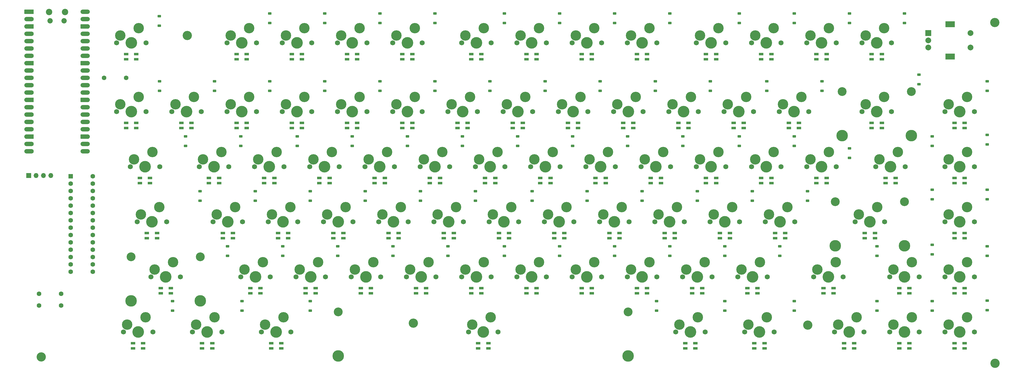
<source format=gbr>
%TF.GenerationSoftware,KiCad,Pcbnew,9.0.7*%
%TF.CreationDate,2026-01-25T14:01:01+00:00*%
%TF.ProjectId,pcb,7063622e-6b69-4636-9164-5f7063625858,rev?*%
%TF.SameCoordinates,Original*%
%TF.FileFunction,Soldermask,Top*%
%TF.FilePolarity,Negative*%
%FSLAX46Y46*%
G04 Gerber Fmt 4.6, Leading zero omitted, Abs format (unit mm)*
G04 Created by KiCad (PCBNEW 9.0.7) date 2026-01-25 14:01:01*
%MOMM*%
%LPD*%
G01*
G04 APERTURE LIST*
G04 Aperture macros list*
%AMRoundRect*
0 Rectangle with rounded corners*
0 $1 Rounding radius*
0 $2 $3 $4 $5 $6 $7 $8 $9 X,Y pos of 4 corners*
0 Add a 4 corners polygon primitive as box body*
4,1,4,$2,$3,$4,$5,$6,$7,$8,$9,$2,$3,0*
0 Add four circle primitives for the rounded corners*
1,1,$1+$1,$2,$3*
1,1,$1+$1,$4,$5*
1,1,$1+$1,$6,$7*
1,1,$1+$1,$8,$9*
0 Add four rect primitives between the rounded corners*
20,1,$1+$1,$2,$3,$4,$5,0*
20,1,$1+$1,$4,$5,$6,$7,0*
20,1,$1+$1,$6,$7,$8,$9,0*
20,1,$1+$1,$8,$9,$2,$3,0*%
%AMFreePoly0*
4,1,37,0.800000,0.796148,0.878414,0.796148,1.032228,0.765552,1.177117,0.705537,1.307515,0.618408,1.418408,0.507515,1.505537,0.377117,1.565552,0.232228,1.596148,0.078414,1.596148,-0.078414,1.565552,-0.232228,1.505537,-0.377117,1.418408,-0.507515,1.307515,-0.618408,1.177117,-0.705537,1.032228,-0.765552,0.878414,-0.796148,0.800000,-0.796148,0.800000,-0.800000,-1.400000,-0.800000,
-1.403843,-0.796157,-1.439018,-0.796157,-1.511114,-0.766294,-1.566294,-0.711114,-1.596157,-0.639018,-1.596157,-0.603843,-1.600000,-0.600000,-1.600000,0.600000,-1.596157,0.603843,-1.596157,0.639018,-1.566294,0.711114,-1.511114,0.766294,-1.439018,0.796157,-1.403843,0.796157,-1.400000,0.800000,0.800000,0.800000,0.800000,0.796148,0.800000,0.796148,$1*%
%AMFreePoly1*
4,1,37,1.403843,0.796157,1.439018,0.796157,1.511114,0.766294,1.566294,0.711114,1.596157,0.639018,1.596157,0.603843,1.600000,0.600000,1.600000,-0.600000,1.596157,-0.603843,1.596157,-0.639018,1.566294,-0.711114,1.511114,-0.766294,1.439018,-0.796157,1.403843,-0.796157,1.400000,-0.800000,-0.800000,-0.800000,-0.800000,-0.796148,-0.878414,-0.796148,-1.032228,-0.765552,-1.177117,-0.705537,
-1.307515,-0.618408,-1.418408,-0.507515,-1.505537,-0.377117,-1.565552,-0.232228,-1.596148,-0.078414,-1.596148,0.078414,-1.565552,0.232228,-1.505537,0.377117,-1.418408,0.507515,-1.307515,0.618408,-1.177117,0.705537,-1.032228,0.765552,-0.878414,0.796148,-0.800000,0.796148,-0.800000,0.800000,1.400000,0.800000,1.403843,0.796157,1.403843,0.796157,$1*%
%AMFreePoly2*
4,1,37,0.603843,0.796157,0.639018,0.796157,0.711114,0.766294,0.766294,0.711114,0.796157,0.639018,0.796157,0.603843,0.800000,0.600000,0.800000,-0.600000,0.796157,-0.603843,0.796157,-0.639018,0.766294,-0.711114,0.711114,-0.766294,0.639018,-0.796157,0.603843,-0.796157,0.600000,-0.800000,0.000000,-0.800000,0.000000,-0.796148,-0.078414,-0.796148,-0.232228,-0.765552,-0.377117,-0.705537,
-0.507515,-0.618408,-0.618408,-0.507515,-0.705537,-0.377117,-0.765552,-0.232228,-0.796148,-0.078414,-0.796148,0.078414,-0.765552,0.232228,-0.705537,0.377117,-0.618408,0.507515,-0.507515,0.618408,-0.377117,0.705537,-0.232228,0.765552,-0.078414,0.796148,0.000000,0.796148,0.000000,0.800000,0.600000,0.800000,0.603843,0.796157,0.603843,0.796157,$1*%
%AMFreePoly3*
4,1,37,0.000000,0.796148,0.078414,0.796148,0.232228,0.765552,0.377117,0.705537,0.507515,0.618408,0.618408,0.507515,0.705537,0.377117,0.765552,0.232228,0.796148,0.078414,0.796148,-0.078414,0.765552,-0.232228,0.705537,-0.377117,0.618408,-0.507515,0.507515,-0.618408,0.377117,-0.705537,0.232228,-0.765552,0.078414,-0.796148,0.000000,-0.796148,0.000000,-0.800000,-0.600000,-0.800000,
-0.603843,-0.796157,-0.639018,-0.796157,-0.711114,-0.766294,-0.766294,-0.711114,-0.796157,-0.639018,-0.796157,-0.603843,-0.800000,-0.600000,-0.800000,0.600000,-0.796157,0.603843,-0.796157,0.639018,-0.766294,0.711114,-0.711114,0.766294,-0.639018,0.796157,-0.603843,0.796157,-0.600000,0.800000,0.000000,0.800000,0.000000,0.796148,0.000000,0.796148,$1*%
G04 Aperture macros list end*
%ADD10R,1.600000X0.850000*%
%ADD11C,1.750000*%
%ADD12C,4.000000*%
%ADD13C,3.600000*%
%ADD14RoundRect,0.225000X-0.375000X0.225000X-0.375000X-0.225000X0.375000X-0.225000X0.375000X0.225000X0*%
%ADD15C,2.200000*%
%ADD16C,1.850000*%
%ADD17FreePoly0,0.000000*%
%ADD18RoundRect,0.200000X-0.600000X-0.600000X0.600000X-0.600000X0.600000X0.600000X-0.600000X0.600000X0*%
%ADD19RoundRect,0.800000X-0.800000X-0.000010X0.800000X-0.000010X0.800000X0.000010X-0.800000X0.000010X0*%
%ADD20C,1.600000*%
%ADD21FreePoly1,0.000000*%
%ADD22FreePoly2,0.000000*%
%ADD23FreePoly3,0.000000*%
%ADD24C,3.048000*%
%ADD25C,3.987800*%
%ADD26C,3.200000*%
%ADD27R,2.000000X2.000000*%
%ADD28C,2.000000*%
%ADD29R,3.200000X2.000000*%
%ADD30RoundRect,0.250000X-0.550000X-0.550000X0.550000X-0.550000X0.550000X0.550000X-0.550000X0.550000X0*%
%ADD31R,1.700000X1.700000*%
%ADD32O,1.700000X1.700000*%
G04 APERTURE END LIST*
D10*
%TO.C,e23*%
X231612500Y-56275000D03*
X231612500Y-58025000D03*
X235112500Y-58025000D03*
X235112500Y-56275000D03*
%TD*%
D11*
%TO.C,SW49*%
X275907500Y-71437500D03*
D12*
X280987500Y-71437500D03*
D11*
X286067500Y-71437500D03*
D13*
X277177500Y-68897500D03*
X283527500Y-66357500D03*
%TD*%
D14*
%TO.C,D22*%
X223725000Y-41887500D03*
X223725000Y-45187500D03*
%TD*%
D11*
%TO.C,SW77*%
X290195000Y-109537500D03*
D12*
X295275000Y-109537500D03*
D11*
X300355000Y-109537500D03*
D13*
X291465000Y-106997500D03*
X297815000Y-104457500D03*
%TD*%
D10*
%TO.C,e25*%
X269712500Y-56275000D03*
X269712500Y-58025000D03*
X273212500Y-58025000D03*
X273212500Y-56275000D03*
%TD*%
%TO.C,e36*%
X203037500Y-75325000D03*
X203037500Y-77075000D03*
X206537500Y-77075000D03*
X206537500Y-75325000D03*
%TD*%
D14*
%TO.C,D72*%
X376225000Y-79387500D03*
X376225000Y-82687500D03*
%TD*%
D15*
%TO.C,A1*%
X52678750Y-17910000D03*
D16*
X52978750Y-20940000D03*
X57828750Y-20940000D03*
D15*
X58128750Y-17910000D03*
D17*
X45713750Y-17780000D03*
D18*
X46513750Y-17780000D03*
D19*
X45713750Y-20320000D03*
D20*
X46513750Y-20320000D03*
D21*
X45713750Y-22860000D03*
D22*
X46513750Y-22860000D03*
D19*
X45713750Y-25400000D03*
D20*
X46513750Y-25400000D03*
D19*
X45713750Y-27940000D03*
D20*
X46513750Y-27940000D03*
D19*
X45713750Y-30480000D03*
D20*
X46513750Y-30480000D03*
D19*
X45713750Y-33020000D03*
D20*
X46513750Y-33020000D03*
D21*
X45713750Y-35560000D03*
D22*
X46513750Y-35560000D03*
D19*
X45713750Y-38100000D03*
D20*
X46513750Y-38100000D03*
D19*
X45713750Y-40640000D03*
D20*
X46513750Y-40640000D03*
D19*
X45713750Y-43180000D03*
D20*
X46513750Y-43180000D03*
D19*
X45713750Y-45720000D03*
D20*
X46513750Y-45720000D03*
D21*
X45713750Y-48260000D03*
D22*
X46513750Y-48260000D03*
D19*
X45713750Y-50800000D03*
D20*
X46513750Y-50800000D03*
D19*
X45713750Y-53340000D03*
D20*
X46513750Y-53340000D03*
D19*
X45713750Y-55880000D03*
D20*
X46513750Y-55880000D03*
D19*
X45713750Y-58420000D03*
D20*
X46513750Y-58420000D03*
D21*
X45713750Y-60960000D03*
D22*
X46513750Y-60960000D03*
D19*
X45713750Y-63500000D03*
D20*
X46513750Y-63500000D03*
D19*
X45713750Y-66040000D03*
D20*
X46513750Y-66040000D03*
X64293750Y-66040000D03*
D19*
X65093750Y-66040000D03*
D20*
X64293750Y-63500000D03*
D19*
X65093750Y-63500000D03*
D23*
X64293750Y-60960000D03*
D17*
X65093750Y-60960000D03*
D20*
X64293750Y-58420000D03*
D19*
X65093750Y-58420000D03*
D20*
X64293750Y-55880000D03*
D19*
X65093750Y-55880000D03*
D20*
X64293750Y-53340000D03*
D19*
X65093750Y-53340000D03*
D20*
X64293750Y-50800000D03*
D19*
X65093750Y-50800000D03*
D23*
X64293750Y-48260000D03*
D17*
X65093750Y-48260000D03*
D20*
X64293750Y-45720000D03*
D19*
X65093750Y-45720000D03*
D20*
X64293750Y-43180000D03*
D19*
X65093750Y-43180000D03*
D20*
X64293750Y-40640000D03*
D19*
X65093750Y-40640000D03*
D20*
X64293750Y-38100000D03*
D19*
X65093750Y-38100000D03*
D23*
X64293750Y-35560000D03*
D17*
X65093750Y-35560000D03*
D20*
X64293750Y-33020000D03*
D19*
X65093750Y-33020000D03*
D20*
X64293750Y-30480000D03*
D19*
X65093750Y-30480000D03*
D20*
X64293750Y-27940000D03*
D19*
X65093750Y-27940000D03*
D20*
X64293750Y-25400000D03*
D19*
X65093750Y-25400000D03*
D23*
X64293750Y-22860000D03*
D17*
X65093750Y-22860000D03*
D20*
X64293750Y-20320000D03*
D19*
X65093750Y-20320000D03*
D20*
X64293750Y-17780000D03*
D19*
X65093750Y-17780000D03*
%TD*%
D14*
%TO.C,D12*%
X328725000Y-18387500D03*
X328725000Y-21687500D03*
%TD*%
D10*
%TO.C,e50*%
X188750000Y-94375000D03*
X188750000Y-96125000D03*
X192250000Y-96125000D03*
X192250000Y-94375000D03*
%TD*%
D14*
%TO.C,D70*%
X376225000Y-60387500D03*
X376225000Y-63687500D03*
%TD*%
D24*
%TO.C,REF\u002A\u002A*%
X152406250Y-121602500D03*
D25*
X152406250Y-136812500D03*
D24*
X252406250Y-121602500D03*
D25*
X252406250Y-136812500D03*
%TD*%
D14*
%TO.C,D30*%
X104725000Y-79887500D03*
X104725000Y-83187500D03*
%TD*%
%TO.C,D28*%
X352725000Y-39562500D03*
X352725000Y-42862500D03*
%TD*%
D10*
%TO.C,e81*%
X364962500Y-132475000D03*
X364962500Y-134225000D03*
X368462500Y-134225000D03*
X368462500Y-132475000D03*
%TD*%
D11*
%TO.C,SW85*%
X361632500Y-109537500D03*
D12*
X366712500Y-109537500D03*
D11*
X371792500Y-109537500D03*
D13*
X362902500Y-106997500D03*
X369252500Y-104457500D03*
%TD*%
D26*
%TO.C,REF\u002A\u002A*%
X314350000Y-126200000D03*
%TD*%
D11*
%TO.C,SW22*%
X209232500Y-52387500D03*
D12*
X214312500Y-52387500D03*
D11*
X219392500Y-52387500D03*
D13*
X210502500Y-49847500D03*
X216852500Y-47307500D03*
%TD*%
D14*
%TO.C,D35*%
X157225000Y-60887500D03*
X157225000Y-64187500D03*
%TD*%
%TO.C,D23*%
X242725000Y-41887500D03*
X242725000Y-45187500D03*
%TD*%
D10*
%TO.C,e64*%
X198275000Y-113425000D03*
X198275000Y-115175000D03*
X201775000Y-115175000D03*
X201775000Y-113425000D03*
%TD*%
D14*
%TO.C,D41*%
X214225000Y-60887500D03*
X214225000Y-64187500D03*
%TD*%
%TO.C,D25*%
X280725000Y-41887500D03*
X280725000Y-45187500D03*
%TD*%
D11*
%TO.C,SW8*%
X233045000Y-28575000D03*
D12*
X238125000Y-28575000D03*
D11*
X243205000Y-28575000D03*
D13*
X234315000Y-26035000D03*
X240665000Y-23495000D03*
%TD*%
D14*
%TO.C,D3*%
X147725000Y-18387500D03*
X147725000Y-21687500D03*
%TD*%
D11*
%TO.C,SW52*%
X299720000Y-90487500D03*
D12*
X304800000Y-90487500D03*
D11*
X309880000Y-90487500D03*
D13*
X300990000Y-87947500D03*
X307340000Y-85407500D03*
%TD*%
D11*
%TO.C,SW39*%
X180657500Y-71437500D03*
D12*
X185737500Y-71437500D03*
D11*
X190817500Y-71437500D03*
D13*
X181927500Y-68897500D03*
X188277500Y-66357500D03*
%TD*%
D11*
%TO.C,SW25*%
X266382500Y-52387500D03*
D12*
X271462500Y-52387500D03*
D11*
X276542500Y-52387500D03*
D13*
X267652500Y-49847500D03*
X274002500Y-47307500D03*
%TD*%
D10*
%TO.C,e6*%
X198275000Y-32462500D03*
X198275000Y-34212500D03*
X201775000Y-34212500D03*
X201775000Y-32462500D03*
%TD*%
D14*
%TO.C,D19*%
X166725000Y-41887500D03*
X166725000Y-45187500D03*
%TD*%
D11*
%TO.C,SW65*%
X175895000Y-109537500D03*
D12*
X180975000Y-109537500D03*
D11*
X186055000Y-109537500D03*
D13*
X177165000Y-106997500D03*
X183515000Y-104457500D03*
%TD*%
D14*
%TO.C,D68*%
X376225000Y-41887500D03*
X376225000Y-45187500D03*
%TD*%
D11*
%TO.C,SW55*%
X337820000Y-71437500D03*
D12*
X342900000Y-71437500D03*
D11*
X347980000Y-71437500D03*
D13*
X339090000Y-68897500D03*
X345440000Y-66357500D03*
%TD*%
D26*
%TO.C,REF\u002A\u002A*%
X178280000Y-125490000D03*
%TD*%
%TO.C,REF\u002A\u002A*%
X378910000Y-139420000D03*
%TD*%
D11*
%TO.C,SW41*%
X199707500Y-71437500D03*
D12*
X204787500Y-71437500D03*
D11*
X209867500Y-71437500D03*
D13*
X200977500Y-68897500D03*
X207327500Y-66357500D03*
%TD*%
D10*
%TO.C,e46*%
X112550000Y-94375000D03*
X112550000Y-96125000D03*
X116050000Y-96125000D03*
X116050000Y-94375000D03*
%TD*%
D14*
%TO.C,D67*%
X209725000Y-98887500D03*
X209725000Y-102187500D03*
%TD*%
D10*
%TO.C,e31*%
X107787500Y-75325000D03*
X107787500Y-77075000D03*
X111287500Y-77075000D03*
X111287500Y-75325000D03*
%TD*%
D14*
%TO.C,D42*%
X219225000Y-79887500D03*
X219225000Y-83187500D03*
%TD*%
%TO.C,D37*%
X176225000Y-60887500D03*
X176225000Y-64187500D03*
%TD*%
D11*
%TO.C,SW50*%
X280670000Y-90487500D03*
D12*
X285750000Y-90487500D03*
D11*
X290830000Y-90487500D03*
D13*
X281940000Y-87947500D03*
X288290000Y-85407500D03*
%TD*%
D11*
%TO.C,SW76*%
X292576250Y-128587500D03*
D12*
X297656250Y-128587500D03*
D11*
X302736250Y-128587500D03*
D13*
X293846250Y-126047500D03*
X300196250Y-123507500D03*
%TD*%
D10*
%TO.C,e5*%
X174462500Y-32462500D03*
X174462500Y-34212500D03*
X177962500Y-34212500D03*
X177962500Y-32462500D03*
%TD*%
D14*
%TO.C,D57*%
X114225000Y-98887500D03*
X114225000Y-102187500D03*
%TD*%
%TO.C,D4*%
X166725000Y-18387500D03*
X166725000Y-21687500D03*
%TD*%
%TO.C,D20*%
X185725000Y-41887500D03*
X185725000Y-45187500D03*
%TD*%
D11*
%TO.C,SW79*%
X316388750Y-109537500D03*
D12*
X321468750Y-109537500D03*
D11*
X326548750Y-109537500D03*
D13*
X317658750Y-106997500D03*
X324008750Y-104457500D03*
%TD*%
D10*
%TO.C,e41*%
X298287500Y-75325000D03*
X298287500Y-77075000D03*
X301787500Y-77075000D03*
X301787500Y-75325000D03*
%TD*%
D11*
%TO.C,SW36*%
X147320000Y-90487500D03*
D12*
X152400000Y-90487500D03*
D11*
X157480000Y-90487500D03*
D13*
X148590000Y-87947500D03*
X154940000Y-85407500D03*
%TD*%
D11*
%TO.C,SW10*%
X275907500Y-28575000D03*
D12*
X280987500Y-28575000D03*
D11*
X286067500Y-28575000D03*
D13*
X277177500Y-26035000D03*
X283527500Y-23495000D03*
%TD*%
D10*
%TO.C,e58*%
X364962500Y-94375000D03*
X364962500Y-96125000D03*
X368462500Y-96125000D03*
X368462500Y-94375000D03*
%TD*%
%TO.C,e65*%
X217325000Y-113425000D03*
X217325000Y-115175000D03*
X220825000Y-115175000D03*
X220825000Y-113425000D03*
%TD*%
%TO.C,e8*%
X236375000Y-32462500D03*
X236375000Y-34212500D03*
X239875000Y-34212500D03*
X239875000Y-32462500D03*
%TD*%
%TO.C,e9*%
X255425000Y-32462500D03*
X255425000Y-34212500D03*
X258925000Y-34212500D03*
X258925000Y-32462500D03*
%TD*%
D14*
%TO.C,D49*%
X290725000Y-60887500D03*
X290725000Y-64187500D03*
%TD*%
%TO.C,D77*%
X304725000Y-98887500D03*
X304725000Y-102187500D03*
%TD*%
D10*
%TO.C,e29*%
X364962500Y-56275000D03*
X364962500Y-58025000D03*
X368462500Y-58025000D03*
X368462500Y-56275000D03*
%TD*%
D14*
%TO.C,D76*%
X309725000Y-117887500D03*
X309725000Y-121187500D03*
%TD*%
D11*
%TO.C,SW82*%
X342582500Y-128587500D03*
D12*
X347662500Y-128587500D03*
D11*
X352742500Y-128587500D03*
D13*
X343852500Y-126047500D03*
X350202500Y-123507500D03*
%TD*%
D14*
%TO.C,D18*%
X147725000Y-41887500D03*
X147725000Y-45187500D03*
%TD*%
D10*
%TO.C,e22*%
X212562500Y-56275000D03*
X212562500Y-58025000D03*
X216062500Y-58025000D03*
X216062500Y-56275000D03*
%TD*%
%TO.C,e12*%
X317337500Y-32462500D03*
X317337500Y-34212500D03*
X320837500Y-34212500D03*
X320837500Y-32462500D03*
%TD*%
D27*
%TO.C,SW14*%
X355940000Y-25200000D03*
D28*
X355940000Y-30200000D03*
X355940000Y-27700000D03*
D29*
X363440000Y-22100000D03*
X363440000Y-33300000D03*
D28*
X370440000Y-30200000D03*
X370440000Y-25200000D03*
%TD*%
D24*
%TO.C,REF\u002A\u002A*%
X80930750Y-102552500D03*
D25*
X80930750Y-117762500D03*
D24*
X104806750Y-102552500D03*
D25*
X104806750Y-117762500D03*
%TD*%
D11*
%TO.C,SW86*%
X361632500Y-128587500D03*
D12*
X366712500Y-128587500D03*
D11*
X371792500Y-128587500D03*
D13*
X362902500Y-126047500D03*
X369252500Y-123507500D03*
%TD*%
D10*
%TO.C,e53*%
X245900000Y-94375000D03*
X245900000Y-96125000D03*
X249400000Y-96125000D03*
X249400000Y-94375000D03*
%TD*%
%TO.C,e38*%
X241137500Y-75325000D03*
X241137500Y-77075000D03*
X244637500Y-77075000D03*
X244637500Y-75325000D03*
%TD*%
D26*
%TO.C,REF\u002A\u002A*%
X49900000Y-137180000D03*
%TD*%
D10*
%TO.C,e56*%
X303050000Y-94375000D03*
X303050000Y-96125000D03*
X306550000Y-96125000D03*
X306550000Y-94375000D03*
%TD*%
D11*
%TO.C,SW63*%
X156845000Y-109537500D03*
D12*
X161925000Y-109537500D03*
D11*
X167005000Y-109537500D03*
D13*
X158115000Y-106997500D03*
X164465000Y-104457500D03*
%TD*%
D14*
%TO.C,D63*%
X171225000Y-98887500D03*
X171225000Y-102187500D03*
%TD*%
D10*
%TO.C,e11*%
X298287500Y-32462500D03*
X298287500Y-34212500D03*
X301787500Y-34212500D03*
X301787500Y-32462500D03*
%TD*%
D14*
%TO.C,D53*%
X328725000Y-65025000D03*
X328725000Y-68325000D03*
%TD*%
%TO.C,D2*%
X128725000Y-18387500D03*
X128725000Y-21687500D03*
%TD*%
D10*
%TO.C,e40*%
X279237500Y-75325000D03*
X279237500Y-77075000D03*
X282737500Y-77075000D03*
X282737500Y-75325000D03*
%TD*%
D11*
%TO.C,SW2*%
X113982500Y-28575000D03*
D12*
X119062500Y-28575000D03*
D11*
X124142500Y-28575000D03*
D13*
X115252500Y-26035000D03*
X121602500Y-23495000D03*
%TD*%
D10*
%TO.C,e21*%
X193512500Y-56275000D03*
X193512500Y-58025000D03*
X197012500Y-58025000D03*
X197012500Y-56275000D03*
%TD*%
D11*
%TO.C,SW45*%
X237807500Y-71437500D03*
D12*
X242887500Y-71437500D03*
D11*
X247967500Y-71437500D03*
D13*
X239077500Y-68897500D03*
X245427500Y-66357500D03*
%TD*%
D14*
%TO.C,D10*%
X290725000Y-18387500D03*
X290725000Y-21687500D03*
%TD*%
D10*
%TO.C,e19*%
X155412500Y-56275000D03*
X155412500Y-58025000D03*
X158912500Y-58025000D03*
X158912500Y-56275000D03*
%TD*%
D14*
%TO.C,D71*%
X247725000Y-98887500D03*
X247725000Y-102187500D03*
%TD*%
%TO.C,D34*%
X142725000Y-79887500D03*
X142725000Y-83187500D03*
%TD*%
%TO.C,D62*%
X142725000Y-117887500D03*
X142725000Y-121187500D03*
%TD*%
%TO.C,D74*%
X285725000Y-117887500D03*
X285725000Y-121187500D03*
%TD*%
D10*
%TO.C,e4*%
X155412500Y-32462500D03*
X155412500Y-34212500D03*
X158912500Y-34212500D03*
X158912500Y-32462500D03*
%TD*%
%TO.C,e48*%
X150650000Y-94375000D03*
X150650000Y-96125000D03*
X154150000Y-96125000D03*
X154150000Y-94375000D03*
%TD*%
D11*
%TO.C,SW31*%
X104457500Y-71437500D03*
D12*
X109537500Y-71437500D03*
D11*
X114617500Y-71437500D03*
D13*
X105727500Y-68897500D03*
X112077500Y-66357500D03*
%TD*%
D14*
%TO.C,D26*%
X300225000Y-41887500D03*
X300225000Y-45187500D03*
%TD*%
D11*
%TO.C,SW40*%
X185420000Y-90487500D03*
D12*
X190500000Y-90487500D03*
D11*
X195580000Y-90487500D03*
D13*
X186690000Y-87947500D03*
X193040000Y-85407500D03*
%TD*%
D11*
%TO.C,SW67*%
X194945000Y-109537500D03*
D12*
X200025000Y-109537500D03*
D11*
X205105000Y-109537500D03*
D13*
X196215000Y-106997500D03*
X202565000Y-104457500D03*
%TD*%
D14*
%TO.C,D52*%
X314225000Y-79887500D03*
X314225000Y-83187500D03*
%TD*%
D11*
%TO.C,SW26*%
X285432500Y-52387500D03*
D12*
X290512500Y-52387500D03*
D11*
X295592500Y-52387500D03*
D13*
X286702500Y-49847500D03*
X293052500Y-47307500D03*
%TD*%
D10*
%TO.C,e54*%
X264950000Y-94375000D03*
X264950000Y-96125000D03*
X268450000Y-96125000D03*
X268450000Y-94375000D03*
%TD*%
D11*
%TO.C,SW7*%
X213995000Y-28575000D03*
D12*
X219075000Y-28575000D03*
D11*
X224155000Y-28575000D03*
D13*
X215265000Y-26035000D03*
X221615000Y-23495000D03*
%TD*%
D10*
%TO.C,e73*%
X81593750Y-132475000D03*
X81593750Y-134225000D03*
X85093750Y-134225000D03*
X85093750Y-132475000D03*
%TD*%
D11*
%TO.C,SW75*%
X271145000Y-109537500D03*
D12*
X276225000Y-109537500D03*
D11*
X281305000Y-109537500D03*
D13*
X272415000Y-106997500D03*
X278765000Y-104457500D03*
%TD*%
D26*
%TO.C,REF\u002A\u002A*%
X378820000Y-21510000D03*
%TD*%
D10*
%TO.C,e43*%
X341150000Y-75325000D03*
X341150000Y-77075000D03*
X344650000Y-77075000D03*
X344650000Y-75325000D03*
%TD*%
D14*
%TO.C,D38*%
X180725000Y-79887500D03*
X180725000Y-83187500D03*
%TD*%
D11*
%TO.C,SW9*%
X252095000Y-28575000D03*
D12*
X257175000Y-28575000D03*
D11*
X262255000Y-28575000D03*
D13*
X253365000Y-26035000D03*
X259715000Y-23495000D03*
%TD*%
D14*
%TO.C,D61*%
X152225000Y-98887500D03*
X152225000Y-102187500D03*
%TD*%
D10*
%TO.C,e39*%
X260187500Y-75325000D03*
X260187500Y-77075000D03*
X263687500Y-77075000D03*
X263687500Y-75325000D03*
%TD*%
%TO.C,e20*%
X174462500Y-56275000D03*
X174462500Y-58025000D03*
X177962500Y-58025000D03*
X177962500Y-56275000D03*
%TD*%
%TO.C,e44*%
X364962500Y-75325000D03*
X364962500Y-77075000D03*
X368462500Y-77075000D03*
X368462500Y-75325000D03*
%TD*%
D11*
%TO.C,SW57*%
X87788750Y-109537500D03*
D12*
X92868750Y-109537500D03*
D11*
X97948750Y-109537500D03*
D13*
X89058750Y-106997500D03*
X95408750Y-104457500D03*
%TD*%
D11*
%TO.C,SW23*%
X228282500Y-52387500D03*
D12*
X233362500Y-52387500D03*
D11*
X238442500Y-52387500D03*
D13*
X229552500Y-49847500D03*
X235902500Y-47307500D03*
%TD*%
D10*
%TO.C,e69*%
X293525000Y-113425000D03*
X293525000Y-115175000D03*
X297025000Y-115175000D03*
X297025000Y-113425000D03*
%TD*%
D14*
%TO.C,D82*%
X357225000Y-117887500D03*
X357225000Y-121187500D03*
%TD*%
D10*
%TO.C,e63*%
X179225000Y-113425000D03*
X179225000Y-115175000D03*
X182725000Y-115175000D03*
X182725000Y-113425000D03*
%TD*%
D14*
%TO.C,D27*%
X319225000Y-41887500D03*
X319225000Y-45187500D03*
%TD*%
%TO.C,D80*%
X338225000Y-117887500D03*
X338225000Y-121187500D03*
%TD*%
%TO.C,D43*%
X233225000Y-60887500D03*
X233225000Y-64187500D03*
%TD*%
%TO.C,D75*%
X285725000Y-98887500D03*
X285725000Y-102187500D03*
%TD*%
D11*
%TO.C,SW72*%
X361632500Y-90487500D03*
D12*
X366712500Y-90487500D03*
D11*
X371792500Y-90487500D03*
D13*
X362902500Y-87947500D03*
X369252500Y-85407500D03*
%TD*%
D11*
%TO.C,SW58*%
X78263750Y-128587500D03*
D12*
X83343750Y-128587500D03*
D11*
X88423750Y-128587500D03*
D13*
X79533750Y-126047500D03*
X85883750Y-123507500D03*
%TD*%
D14*
%TO.C,D54*%
X357225000Y-79387500D03*
X357225000Y-82687500D03*
%TD*%
%TO.C,D7*%
X228725000Y-18387500D03*
X228725000Y-21687500D03*
%TD*%
%TO.C,D32*%
X123725000Y-79887500D03*
X123725000Y-83187500D03*
%TD*%
D11*
%TO.C,SW64*%
X197326250Y-128587500D03*
D12*
X202406250Y-128587500D03*
D11*
X207486250Y-128587500D03*
D13*
X198596250Y-126047500D03*
X204946250Y-123507500D03*
%TD*%
D10*
%TO.C,e67*%
X255425000Y-113425000D03*
X255425000Y-115175000D03*
X258925000Y-115175000D03*
X258925000Y-113425000D03*
%TD*%
%TO.C,e62*%
X160175000Y-113425000D03*
X160175000Y-115175000D03*
X163675000Y-115175000D03*
X163675000Y-113425000D03*
%TD*%
D11*
%TO.C,SW27*%
X304482500Y-52387500D03*
D12*
X309562500Y-52387500D03*
D11*
X314642500Y-52387500D03*
D13*
X305752500Y-49847500D03*
X312102500Y-47307500D03*
%TD*%
D10*
%TO.C,e3*%
X136362500Y-32462500D03*
X136362500Y-34212500D03*
X139862500Y-34212500D03*
X139862500Y-32462500D03*
%TD*%
D14*
%TO.C,D47*%
X271225000Y-60887500D03*
X271225000Y-64187500D03*
%TD*%
D11*
%TO.C,SW61*%
X137795000Y-109537500D03*
D12*
X142875000Y-109537500D03*
D11*
X147955000Y-109537500D03*
D13*
X139065000Y-106997500D03*
X145415000Y-104457500D03*
%TD*%
D11*
%TO.C,SW43*%
X218757500Y-71437500D03*
D12*
X223837500Y-71437500D03*
D11*
X228917500Y-71437500D03*
D13*
X220027500Y-68897500D03*
X226377500Y-66357500D03*
%TD*%
D11*
%TO.C,SW33*%
X123507500Y-71437500D03*
D12*
X128587500Y-71437500D03*
D11*
X133667500Y-71437500D03*
D13*
X124777500Y-68897500D03*
X131127500Y-66357500D03*
%TD*%
D10*
%TO.C,e28*%
X336387500Y-56275000D03*
X336387500Y-58025000D03*
X339887500Y-58025000D03*
X339887500Y-56275000D03*
%TD*%
%TO.C,e75*%
X129218750Y-132475000D03*
X129218750Y-134225000D03*
X132718750Y-134225000D03*
X132718750Y-132475000D03*
%TD*%
%TO.C,e77*%
X272093750Y-132475000D03*
X272093750Y-134225000D03*
X275593750Y-134225000D03*
X275593750Y-132475000D03*
%TD*%
D14*
%TO.C,D44*%
X238225000Y-79887500D03*
X238225000Y-83187500D03*
%TD*%
D26*
%TO.C,REF\u002A\u002A*%
X100320000Y-26020000D03*
%TD*%
D10*
%TO.C,e49*%
X169700000Y-94375000D03*
X169700000Y-96125000D03*
X173200000Y-96125000D03*
X173200000Y-94375000D03*
%TD*%
D11*
%TO.C,SW28*%
X333057500Y-52387500D03*
D12*
X338137500Y-52387500D03*
D11*
X343217500Y-52387500D03*
D13*
X334327500Y-49847500D03*
X340677500Y-47307500D03*
%TD*%
D11*
%TO.C,SW32*%
X109220000Y-90487500D03*
D12*
X114300000Y-90487500D03*
D11*
X119380000Y-90487500D03*
D13*
X110490000Y-87947500D03*
X116840000Y-85407500D03*
%TD*%
D14*
%TO.C,D45*%
X252225000Y-60887500D03*
X252225000Y-64187500D03*
%TD*%
%TO.C,D85*%
X376225000Y-98887500D03*
X376225000Y-102187500D03*
%TD*%
D10*
%TO.C,e55*%
X284000000Y-94375000D03*
X284000000Y-96125000D03*
X287500000Y-96125000D03*
X287500000Y-94375000D03*
%TD*%
D14*
%TO.C,D73*%
X266725000Y-98887500D03*
X266725000Y-102187500D03*
%TD*%
D11*
%TO.C,SW80*%
X323532500Y-128587500D03*
D12*
X328612500Y-128587500D03*
D11*
X333692500Y-128587500D03*
D13*
X324802500Y-126047500D03*
X331152500Y-123507500D03*
%TD*%
D10*
%TO.C,e47*%
X131600000Y-94375000D03*
X131600000Y-96125000D03*
X135100000Y-96125000D03*
X135100000Y-94375000D03*
%TD*%
D11*
%TO.C,SW59*%
X118745000Y-109537500D03*
D12*
X123825000Y-109537500D03*
D11*
X128905000Y-109537500D03*
D13*
X120015000Y-106997500D03*
X126365000Y-104457500D03*
%TD*%
D14*
%TO.C,D48*%
X276225000Y-79887500D03*
X276225000Y-83187500D03*
%TD*%
%TO.C,D58*%
X95225000Y-117887500D03*
X95225000Y-121187500D03*
%TD*%
D10*
%TO.C,e74*%
X105406250Y-132475000D03*
X105406250Y-134225000D03*
X108906250Y-134225000D03*
X108906250Y-132475000D03*
%TD*%
D14*
%TO.C,D13*%
X347725000Y-18387500D03*
X347725000Y-21687500D03*
%TD*%
%TO.C,D29*%
X99725000Y-60887500D03*
X99725000Y-64187500D03*
%TD*%
D11*
%TO.C,SW71*%
X233045000Y-109537500D03*
D12*
X238125000Y-109537500D03*
D11*
X243205000Y-109537500D03*
D13*
X234315000Y-106997500D03*
X240665000Y-104457500D03*
%TD*%
D14*
%TO.C,D36*%
X161725000Y-79887500D03*
X161725000Y-83187500D03*
%TD*%
D11*
%TO.C,SW30*%
X83026250Y-90487500D03*
D12*
X88106250Y-90487500D03*
D11*
X93186250Y-90487500D03*
D13*
X84296250Y-87947500D03*
X90646250Y-85407500D03*
%TD*%
D20*
%TO.C,R1*%
X71590000Y-40630000D03*
X79210000Y-40630000D03*
%TD*%
D11*
%TO.C,SW18*%
X133032500Y-52387500D03*
D12*
X138112500Y-52387500D03*
D11*
X143192500Y-52387500D03*
D13*
X134302500Y-49847500D03*
X140652500Y-47307500D03*
%TD*%
D10*
%TO.C,e45*%
X86356250Y-94375000D03*
X86356250Y-96125000D03*
X89856250Y-96125000D03*
X89856250Y-94375000D03*
%TD*%
D11*
%TO.C,SW60*%
X102076250Y-128587500D03*
D12*
X107156250Y-128587500D03*
D11*
X112236250Y-128587500D03*
D13*
X103346250Y-126047500D03*
X109696250Y-123507500D03*
%TD*%
D14*
%TO.C,D86*%
X376201885Y-117692315D03*
X376201885Y-120992315D03*
%TD*%
D11*
%TO.C,SW5*%
X171132500Y-28575000D03*
D12*
X176212500Y-28575000D03*
D11*
X181292500Y-28575000D03*
D13*
X172402500Y-26035000D03*
X178752500Y-23495000D03*
%TD*%
D14*
%TO.C,D24*%
X261725000Y-41887500D03*
X261725000Y-45187500D03*
%TD*%
D10*
%TO.C,e17*%
X117312500Y-56275000D03*
X117312500Y-58025000D03*
X120812500Y-58025000D03*
X120812500Y-56275000D03*
%TD*%
D14*
%TO.C,D17*%
X128725000Y-41887500D03*
X128725000Y-45187500D03*
%TD*%
D10*
%TO.C,e71*%
X345912500Y-113425000D03*
X345912500Y-115175000D03*
X349412500Y-115175000D03*
X349412500Y-113425000D03*
%TD*%
D11*
%TO.C,SW17*%
X113982500Y-52387500D03*
D12*
X119062500Y-52387500D03*
D11*
X124142500Y-52387500D03*
D13*
X115252500Y-49847500D03*
X121602500Y-47307500D03*
%TD*%
D11*
%TO.C,SW74*%
X268763750Y-128587500D03*
D12*
X273843750Y-128587500D03*
D11*
X278923750Y-128587500D03*
D13*
X270033750Y-126047500D03*
X276383750Y-123507500D03*
%TD*%
D24*
%TO.C,REF\u002A\u002A*%
X326199500Y-45402500D03*
D25*
X326199500Y-60612500D03*
D24*
X350075500Y-45402500D03*
D25*
X350075500Y-60612500D03*
%TD*%
D14*
%TO.C,D39*%
X195225000Y-60887500D03*
X195225000Y-64187500D03*
%TD*%
D10*
%TO.C,e51*%
X207800000Y-94375000D03*
X207800000Y-96125000D03*
X211300000Y-96125000D03*
X211300000Y-94375000D03*
%TD*%
D11*
%TO.C,SW42*%
X204470000Y-90487500D03*
D12*
X209550000Y-90487500D03*
D11*
X214630000Y-90487500D03*
D13*
X205740000Y-87947500D03*
X212090000Y-85407500D03*
%TD*%
D10*
%TO.C,e18*%
X136362500Y-56275000D03*
X136362500Y-58025000D03*
X139862500Y-58025000D03*
X139862500Y-56275000D03*
%TD*%
D11*
%TO.C,SW53*%
X314007500Y-71437500D03*
D12*
X319087500Y-71437500D03*
D11*
X324167500Y-71437500D03*
D13*
X315277500Y-68897500D03*
X321627500Y-66357500D03*
%TD*%
D11*
%TO.C,SW62*%
X125888750Y-128587500D03*
D12*
X130968750Y-128587500D03*
D11*
X136048750Y-128587500D03*
D13*
X127158750Y-126047500D03*
X133508750Y-123507500D03*
%TD*%
D10*
%TO.C,e42*%
X317337500Y-75325000D03*
X317337500Y-77075000D03*
X320837500Y-77075000D03*
X320837500Y-75325000D03*
%TD*%
D14*
%TO.C,D15*%
X90725000Y-41887500D03*
X90725000Y-45187500D03*
%TD*%
D10*
%TO.C,e7*%
X217325000Y-32462500D03*
X217325000Y-34212500D03*
X220825000Y-34212500D03*
X220825000Y-32462500D03*
%TD*%
D14*
%TO.C,D46*%
X257225000Y-79887500D03*
X257225000Y-83187500D03*
%TD*%
D11*
%TO.C,SW29*%
X80645000Y-71437500D03*
D12*
X85725000Y-71437500D03*
D11*
X90805000Y-71437500D03*
D13*
X81915000Y-68897500D03*
X88265000Y-66357500D03*
%TD*%
D10*
%TO.C,e14*%
X336387500Y-32462500D03*
X336387500Y-34212500D03*
X339887500Y-34212500D03*
X339887500Y-32462500D03*
%TD*%
D14*
%TO.C,D60*%
X119225000Y-117887500D03*
X119225000Y-121187500D03*
%TD*%
%TO.C,D8*%
X247725000Y-18387500D03*
X247725000Y-21687500D03*
%TD*%
%TO.C,D50*%
X295225000Y-79887500D03*
X295225000Y-83187500D03*
%TD*%
D11*
%TO.C,SW11*%
X294957500Y-28575000D03*
D12*
X300037500Y-28575000D03*
D11*
X305117500Y-28575000D03*
D13*
X296227500Y-26035000D03*
X302577500Y-23495000D03*
%TD*%
D14*
%TO.C,D16*%
X109725000Y-41887500D03*
X109725000Y-45187500D03*
%TD*%
D10*
%TO.C,e26*%
X288762500Y-56275000D03*
X288762500Y-58025000D03*
X292262500Y-58025000D03*
X292262500Y-56275000D03*
%TD*%
D11*
%TO.C,SW21*%
X190182500Y-52387500D03*
D12*
X195262500Y-52387500D03*
D11*
X200342500Y-52387500D03*
D13*
X191452500Y-49847500D03*
X197802500Y-47307500D03*
%TD*%
D20*
%TO.C,R3*%
X49170000Y-119390000D03*
X56790000Y-119390000D03*
%TD*%
D10*
%TO.C,e66*%
X236375000Y-113425000D03*
X236375000Y-115175000D03*
X239875000Y-115175000D03*
X239875000Y-113425000D03*
%TD*%
D14*
%TO.C,D40*%
X199725000Y-79887500D03*
X199725000Y-83187500D03*
%TD*%
%TO.C,D65*%
X190225000Y-98887500D03*
X190225000Y-102187500D03*
%TD*%
%TO.C,D9*%
X266725000Y-18387500D03*
X266725000Y-21687500D03*
%TD*%
D11*
%TO.C,SW35*%
X142557500Y-71437500D03*
D12*
X147637500Y-71437500D03*
D11*
X152717500Y-71437500D03*
D13*
X143827500Y-68897500D03*
X150177500Y-66357500D03*
%TD*%
D30*
%TO.C,U1*%
X60100000Y-74690000D03*
D20*
X60100000Y-77230000D03*
X60100000Y-79770000D03*
X60100000Y-82310000D03*
X60100000Y-84850000D03*
X60100000Y-87390000D03*
X60100000Y-89930000D03*
X60100000Y-92470000D03*
X60100000Y-95010000D03*
X60100000Y-97550000D03*
X60100000Y-100090000D03*
X60100000Y-102630000D03*
X60100000Y-105170000D03*
X60100000Y-107710000D03*
X67720000Y-107710000D03*
X67720000Y-105170000D03*
X67720000Y-102630000D03*
X67720000Y-100090000D03*
X67720000Y-97550000D03*
X67720000Y-95010000D03*
X67720000Y-92470000D03*
X67720000Y-89930000D03*
X67720000Y-87390000D03*
X67720000Y-84850000D03*
X67720000Y-82310000D03*
X67720000Y-79770000D03*
X67720000Y-77230000D03*
X67720000Y-74690000D03*
%TD*%
D11*
%TO.C,SW24*%
X247332500Y-52387500D03*
D12*
X252412500Y-52387500D03*
D11*
X257492500Y-52387500D03*
D13*
X248602500Y-49847500D03*
X254952500Y-47307500D03*
%TD*%
D11*
%TO.C,SW4*%
X152082500Y-28575000D03*
D12*
X157162500Y-28575000D03*
D11*
X162242500Y-28575000D03*
D13*
X153352500Y-26035000D03*
X159702500Y-23495000D03*
%TD*%
D11*
%TO.C,SW16*%
X94932500Y-52387500D03*
D12*
X100012500Y-52387500D03*
D11*
X105092500Y-52387500D03*
D13*
X96202500Y-49847500D03*
X102552500Y-47307500D03*
%TD*%
D10*
%TO.C,e78*%
X295906250Y-132475000D03*
X295906250Y-134225000D03*
X299406250Y-134225000D03*
X299406250Y-132475000D03*
%TD*%
%TO.C,e34*%
X164937500Y-75325000D03*
X164937500Y-77075000D03*
X168437500Y-77075000D03*
X168437500Y-75325000D03*
%TD*%
%TO.C,e79*%
X326862500Y-132475000D03*
X326862500Y-134225000D03*
X330362500Y-134225000D03*
X330362500Y-132475000D03*
%TD*%
%TO.C,e1*%
X79212500Y-32462500D03*
X79212500Y-34212500D03*
X82712500Y-34212500D03*
X82712500Y-32462500D03*
%TD*%
D11*
%TO.C,SW38*%
X166370000Y-90487500D03*
D12*
X171450000Y-90487500D03*
D11*
X176530000Y-90487500D03*
D13*
X167640000Y-87947500D03*
X173990000Y-85407500D03*
%TD*%
D11*
%TO.C,SW51*%
X294957500Y-71437500D03*
D12*
X300037500Y-71437500D03*
D11*
X305117500Y-71437500D03*
D13*
X296227500Y-68897500D03*
X302577500Y-66357500D03*
%TD*%
D11*
%TO.C,SW73*%
X252095000Y-109537500D03*
D12*
X257175000Y-109537500D03*
D11*
X262255000Y-109537500D03*
D13*
X253365000Y-106997500D03*
X259715000Y-104457500D03*
%TD*%
D10*
%TO.C,e27*%
X307812500Y-56275000D03*
X307812500Y-58025000D03*
X311312500Y-58025000D03*
X311312500Y-56275000D03*
%TD*%
D11*
%TO.C,SW69*%
X213995000Y-109537500D03*
D12*
X219075000Y-109537500D03*
D11*
X224155000Y-109537500D03*
D13*
X215265000Y-106997500D03*
X221615000Y-104457500D03*
%TD*%
D10*
%TO.C,e30*%
X83975000Y-75325000D03*
X83975000Y-77075000D03*
X87475000Y-77075000D03*
X87475000Y-75325000D03*
%TD*%
%TO.C,e2*%
X117312500Y-32462500D03*
X117312500Y-34212500D03*
X120812500Y-34212500D03*
X120812500Y-32462500D03*
%TD*%
D14*
%TO.C,D1*%
X90640000Y-19350000D03*
X90640000Y-22650000D03*
%TD*%
D11*
%TO.C,SW68*%
X361632500Y-52387500D03*
D12*
X366712500Y-52387500D03*
D11*
X371792500Y-52387500D03*
D13*
X362902500Y-49847500D03*
X369252500Y-47307500D03*
%TD*%
D11*
%TO.C,SW19*%
X152082500Y-52387500D03*
D12*
X157162500Y-52387500D03*
D11*
X162242500Y-52387500D03*
D13*
X153352500Y-49847500D03*
X159702500Y-47307500D03*
%TD*%
D20*
%TO.C,R2*%
X49170000Y-115340000D03*
X56790000Y-115340000D03*
%TD*%
D11*
%TO.C,SW46*%
X242570000Y-90487500D03*
D12*
X247650000Y-90487500D03*
D11*
X252730000Y-90487500D03*
D13*
X243840000Y-87947500D03*
X250190000Y-85407500D03*
%TD*%
D14*
%TO.C,D79*%
X338225000Y-98887500D03*
X338225000Y-102187500D03*
%TD*%
%TO.C,D31*%
X118725000Y-60887500D03*
X118725000Y-64187500D03*
%TD*%
%TO.C,D51*%
X309725000Y-60887500D03*
X309725000Y-64187500D03*
%TD*%
D11*
%TO.C,SW3*%
X133032500Y-28575000D03*
D12*
X138112500Y-28575000D03*
D11*
X143192500Y-28575000D03*
D13*
X134302500Y-26035000D03*
X140652500Y-23495000D03*
%TD*%
D14*
%TO.C,D69*%
X228725000Y-98887500D03*
X228725000Y-102187500D03*
%TD*%
D10*
%TO.C,e52*%
X226850000Y-94375000D03*
X226850000Y-96125000D03*
X230350000Y-96125000D03*
X230350000Y-94375000D03*
%TD*%
D14*
%TO.C,D55*%
X357225000Y-60887500D03*
X357225000Y-64187500D03*
%TD*%
D10*
%TO.C,e80*%
X345912500Y-132475000D03*
X345912500Y-134225000D03*
X349412500Y-134225000D03*
X349412500Y-132475000D03*
%TD*%
D11*
%TO.C,SW15*%
X75882500Y-52387500D03*
D12*
X80962500Y-52387500D03*
D11*
X86042500Y-52387500D03*
D13*
X77152500Y-49847500D03*
X83502500Y-47307500D03*
%TD*%
D11*
%TO.C,SW47*%
X256857500Y-71437500D03*
D12*
X261937500Y-71437500D03*
D11*
X267017500Y-71437500D03*
D13*
X258127500Y-68897500D03*
X264477500Y-66357500D03*
%TD*%
D11*
%TO.C,SW70*%
X361632500Y-71437500D03*
D12*
X366712500Y-71437500D03*
D11*
X371792500Y-71437500D03*
D13*
X362902500Y-68897500D03*
X369252500Y-66357500D03*
%TD*%
D31*
%TO.C,J1*%
X45650000Y-74470000D03*
D32*
X48190000Y-74470000D03*
X50730000Y-74470000D03*
X53270000Y-74470000D03*
%TD*%
D14*
%TO.C,D64*%
X262225000Y-117887500D03*
X262225000Y-121187500D03*
%TD*%
D11*
%TO.C,SW34*%
X128270000Y-90487500D03*
D12*
X133350000Y-90487500D03*
D11*
X138430000Y-90487500D03*
D13*
X129540000Y-87947500D03*
X135890000Y-85407500D03*
%TD*%
D11*
%TO.C,SW44*%
X223520000Y-90487500D03*
D12*
X228600000Y-90487500D03*
D11*
X233680000Y-90487500D03*
D13*
X224790000Y-87947500D03*
X231140000Y-85407500D03*
%TD*%
D14*
%TO.C,D81*%
X357225000Y-98387500D03*
X357225000Y-101687500D03*
%TD*%
D10*
%TO.C,e68*%
X274475000Y-113425000D03*
X274475000Y-115175000D03*
X277975000Y-115175000D03*
X277975000Y-113425000D03*
%TD*%
D11*
%TO.C,SW37*%
X161607500Y-71437500D03*
D12*
X166687500Y-71437500D03*
D11*
X171767500Y-71437500D03*
D13*
X162877500Y-68897500D03*
X169227500Y-66357500D03*
%TD*%
D11*
%TO.C,SW48*%
X261620000Y-90487500D03*
D12*
X266700000Y-90487500D03*
D11*
X271780000Y-90487500D03*
D13*
X262890000Y-87947500D03*
X269240000Y-85407500D03*
%TD*%
D10*
%TO.C,e60*%
X122075000Y-113425000D03*
X122075000Y-115175000D03*
X125575000Y-115175000D03*
X125575000Y-113425000D03*
%TD*%
D11*
%TO.C,SW6*%
X194945000Y-28575000D03*
D12*
X200025000Y-28575000D03*
D11*
X205105000Y-28575000D03*
D13*
X196215000Y-26035000D03*
X202565000Y-23495000D03*
%TD*%
D14*
%TO.C,D11*%
X309725000Y-18387500D03*
X309725000Y-21687500D03*
%TD*%
D11*
%TO.C,SW54*%
X330676250Y-90487500D03*
D12*
X335756250Y-90487500D03*
D11*
X340836250Y-90487500D03*
D13*
X331946250Y-87947500D03*
X338296250Y-85407500D03*
%TD*%
D10*
%TO.C,e32*%
X126837500Y-75325000D03*
X126837500Y-77075000D03*
X130337500Y-77075000D03*
X130337500Y-75325000D03*
%TD*%
D11*
%TO.C,SW81*%
X342582500Y-109537500D03*
D12*
X347662500Y-109537500D03*
D11*
X352742500Y-109537500D03*
D13*
X343852500Y-106997500D03*
X350202500Y-104457500D03*
%TD*%
D10*
%TO.C,e37*%
X222087500Y-75325000D03*
X222087500Y-77075000D03*
X225587500Y-77075000D03*
X225587500Y-75325000D03*
%TD*%
D11*
%TO.C,SW13*%
X333057500Y-28575000D03*
D12*
X338137500Y-28575000D03*
D11*
X343217500Y-28575000D03*
D13*
X334327500Y-26035000D03*
X340677500Y-23495000D03*
%TD*%
D10*
%TO.C,e57*%
X334006250Y-94375000D03*
X334006250Y-96125000D03*
X337506250Y-96125000D03*
X337506250Y-94375000D03*
%TD*%
D11*
%TO.C,SW1*%
X75882500Y-28575000D03*
D12*
X80962500Y-28575000D03*
D11*
X86042500Y-28575000D03*
D13*
X77152500Y-26035000D03*
X83502500Y-23495000D03*
%TD*%
D10*
%TO.C,e76*%
X200656250Y-132475000D03*
X200656250Y-134225000D03*
X204156250Y-134225000D03*
X204156250Y-132475000D03*
%TD*%
%TO.C,e72*%
X364962500Y-113425000D03*
X364962500Y-115175000D03*
X368462500Y-115175000D03*
X368462500Y-113425000D03*
%TD*%
D14*
%TO.C,D59*%
X133225000Y-98887500D03*
X133225000Y-102187500D03*
%TD*%
%TO.C,D5*%
X185725000Y-18387500D03*
X185725000Y-21687500D03*
%TD*%
D11*
%TO.C,SW20*%
X171132500Y-52387500D03*
D12*
X176212500Y-52387500D03*
D11*
X181292500Y-52387500D03*
D13*
X172402500Y-49847500D03*
X178752500Y-47307500D03*
%TD*%
D10*
%TO.C,e61*%
X141125000Y-113425000D03*
X141125000Y-115175000D03*
X144625000Y-115175000D03*
X144625000Y-113425000D03*
%TD*%
%TO.C,e59*%
X91118750Y-113425000D03*
X91118750Y-115175000D03*
X94618750Y-115175000D03*
X94618750Y-113425000D03*
%TD*%
%TO.C,e35*%
X183987500Y-75325000D03*
X183987500Y-77075000D03*
X187487500Y-77075000D03*
X187487500Y-75325000D03*
%TD*%
D11*
%TO.C,SW12*%
X314007500Y-28575000D03*
D12*
X319087500Y-28575000D03*
D11*
X324167500Y-28575000D03*
D13*
X315277500Y-26035000D03*
X321627500Y-23495000D03*
%TD*%
D10*
%TO.C,e16*%
X98262500Y-56275000D03*
X98262500Y-58025000D03*
X101762500Y-58025000D03*
X101762500Y-56275000D03*
%TD*%
D14*
%TO.C,D21*%
X204725000Y-41887500D03*
X204725000Y-45187500D03*
%TD*%
D10*
%TO.C,e24*%
X250662500Y-56275000D03*
X250662500Y-58025000D03*
X254162500Y-58025000D03*
X254162500Y-56275000D03*
%TD*%
%TO.C,e10*%
X279237500Y-32462500D03*
X279237500Y-34212500D03*
X282737500Y-34212500D03*
X282737500Y-32462500D03*
%TD*%
D14*
%TO.C,D6*%
X209725000Y-18387500D03*
X209725000Y-21687500D03*
%TD*%
%TO.C,D33*%
X138225000Y-60887500D03*
X138225000Y-64187500D03*
%TD*%
D10*
%TO.C,e70*%
X319718750Y-113425000D03*
X319718750Y-115175000D03*
X323218750Y-115175000D03*
X323218750Y-113425000D03*
%TD*%
D24*
%TO.C,REF\u002A\u002A*%
X323818250Y-83502500D03*
D25*
X323818250Y-98712500D03*
D24*
X347694250Y-83502500D03*
D25*
X347694250Y-98712500D03*
%TD*%
D10*
%TO.C,e15*%
X79212500Y-56275000D03*
X79212500Y-58025000D03*
X82712500Y-58025000D03*
X82712500Y-56275000D03*
%TD*%
%TO.C,e33*%
X145887500Y-75325000D03*
X145887500Y-77075000D03*
X149387500Y-77075000D03*
X149387500Y-75325000D03*
%TD*%
M02*

</source>
